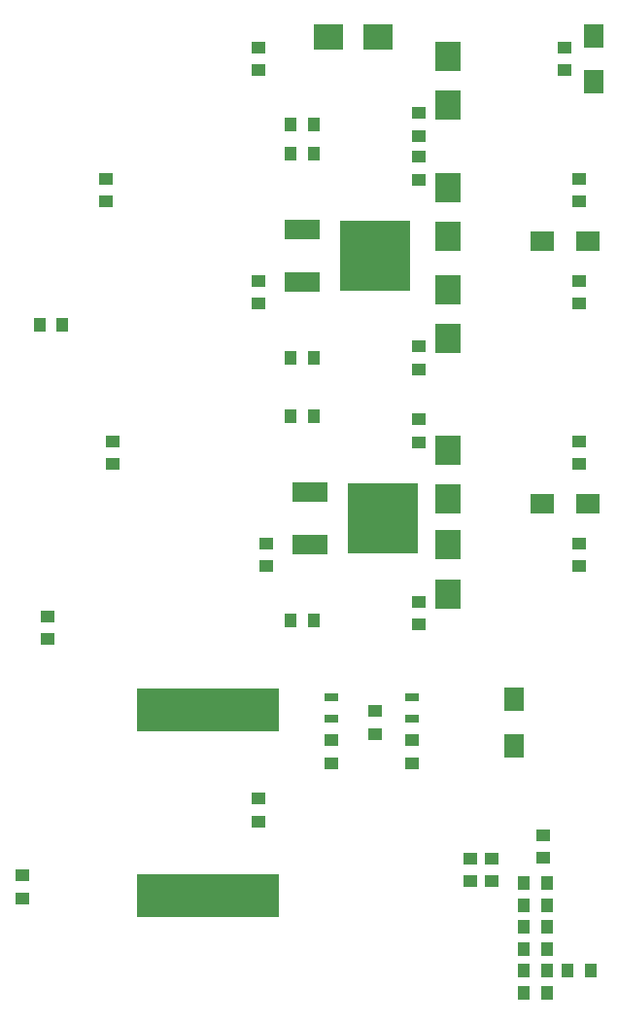
<source format=gbp>
G04 #@! TF.FileFunction,Paste,Bot*
%FSLAX46Y46*%
G04 Gerber Fmt 4.6, Leading zero omitted, Abs format (unit mm)*
G04 Created by KiCad (PCBNEW 4.0.7) date 05/06/19 05:29:44*
%MOMM*%
%LPD*%
G01*
G04 APERTURE LIST*
%ADD10C,0.100000*%
%ADD11R,12.320000X3.825000*%
%ADD12R,3.048000X1.651000*%
%ADD13R,6.096000X6.096000*%
%ADD14R,2.300000X2.500000*%
%ADD15R,2.500000X2.300000*%
%ADD16R,1.700000X2.000000*%
%ADD17R,2.000000X1.700000*%
%ADD18R,1.000000X1.250000*%
%ADD19R,1.250000X1.000000*%
%ADD20R,1.300000X0.700000*%
G04 APERTURE END LIST*
D10*
D11*
X127127000Y-137281500D03*
X127127000Y-121036500D03*
D12*
X136017000Y-106680000D03*
D13*
X142367000Y-104394000D03*
D12*
X136017000Y-102108000D03*
X135382000Y-83820000D03*
D13*
X141732000Y-81534000D03*
D12*
X135382000Y-79248000D03*
D14*
X148082000Y-102734000D03*
X148082000Y-98434000D03*
X148082000Y-106689000D03*
X148082000Y-110989000D03*
X148082000Y-84464000D03*
X148082000Y-88764000D03*
X148082000Y-79874000D03*
X148082000Y-75574000D03*
D15*
X137677000Y-62484000D03*
X141977000Y-62484000D03*
D14*
X148082000Y-64144000D03*
X148082000Y-68444000D03*
D16*
X153797000Y-124174000D03*
X153797000Y-120174000D03*
D17*
X160242000Y-103124000D03*
X156242000Y-103124000D03*
X160242000Y-80264000D03*
X156242000Y-80264000D03*
D16*
X160782000Y-62389000D03*
X160782000Y-66389000D03*
D18*
X156702000Y-143764000D03*
X154702000Y-143764000D03*
X158512000Y-143764000D03*
X160512000Y-143764000D03*
X156702000Y-145669000D03*
X154702000Y-145669000D03*
X156702000Y-141859000D03*
X154702000Y-141859000D03*
D19*
X151892000Y-134001000D03*
X151892000Y-136001000D03*
X149987000Y-134001000D03*
X149987000Y-136001000D03*
X113157000Y-114919000D03*
X113157000Y-112919000D03*
X110934000Y-135462000D03*
X110934000Y-137462000D03*
X137922000Y-123714000D03*
X137922000Y-125714000D03*
X144907000Y-123714000D03*
X144907000Y-125714000D03*
X141732000Y-121174000D03*
X141732000Y-123174000D03*
D18*
X114474000Y-87566000D03*
X112474000Y-87566000D03*
D19*
X156337000Y-133969000D03*
X156337000Y-131969000D03*
X118872000Y-99679000D03*
X118872000Y-97679000D03*
X132207000Y-108569000D03*
X132207000Y-106569000D03*
X118237000Y-76819000D03*
X118237000Y-74819000D03*
X131572000Y-85709000D03*
X131572000Y-83709000D03*
D18*
X136382000Y-113284000D03*
X134382000Y-113284000D03*
X136382000Y-95504000D03*
X134382000Y-95504000D03*
X136382000Y-90424000D03*
X134382000Y-90424000D03*
X136382000Y-72644000D03*
X134382000Y-72644000D03*
D19*
X145542000Y-97774000D03*
X145542000Y-95774000D03*
X145542000Y-111649000D03*
X145542000Y-113649000D03*
X145542000Y-89424000D03*
X145542000Y-91424000D03*
X145542000Y-74914000D03*
X145542000Y-72914000D03*
X159512000Y-97679000D03*
X159512000Y-99679000D03*
X159512000Y-106569000D03*
X159512000Y-108569000D03*
X159512000Y-83709000D03*
X159512000Y-85709000D03*
X159512000Y-74819000D03*
X159512000Y-76819000D03*
D18*
X156702000Y-139954000D03*
X154702000Y-139954000D03*
X156702000Y-138049000D03*
X154702000Y-138049000D03*
D19*
X131572000Y-65389000D03*
X131572000Y-63389000D03*
D18*
X136382000Y-70104000D03*
X134382000Y-70104000D03*
D19*
X145542000Y-69104000D03*
X145542000Y-71104000D03*
X158242000Y-63389000D03*
X158242000Y-65389000D03*
D18*
X156702000Y-136144000D03*
X154702000Y-136144000D03*
D20*
X137922000Y-119954000D03*
X137922000Y-121854000D03*
X144907000Y-119954000D03*
X144907000Y-121854000D03*
D19*
X131572000Y-128794000D03*
X131572000Y-130794000D03*
M02*

</source>
